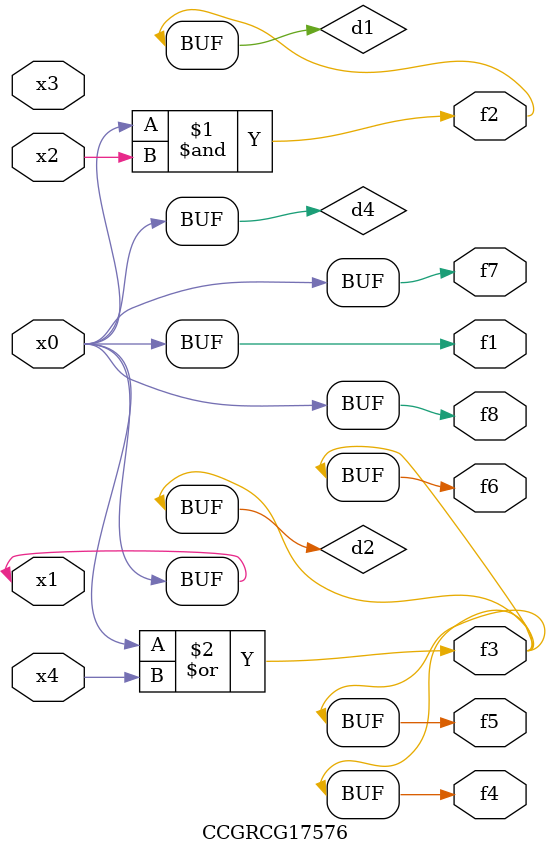
<source format=v>
module CCGRCG17576(
	input x0, x1, x2, x3, x4,
	output f1, f2, f3, f4, f5, f6, f7, f8
);

	wire d1, d2, d3, d4;

	and (d1, x0, x2);
	or (d2, x0, x4);
	nand (d3, x0, x2);
	buf (d4, x0, x1);
	assign f1 = d4;
	assign f2 = d1;
	assign f3 = d2;
	assign f4 = d2;
	assign f5 = d2;
	assign f6 = d2;
	assign f7 = d4;
	assign f8 = d4;
endmodule

</source>
